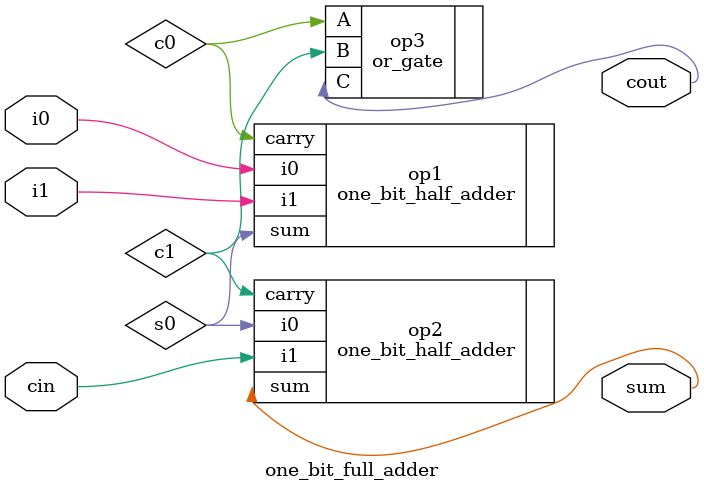
<source format=v>
`timescale 1ns / 1ps


module one_bit_full_adder(
    input i0,
    input i1,
    input cin, 
    output sum, 
    output cout);

    wire c0,s0,c1;

    one_bit_half_adder op1(.i0(i0),.i1(i1),.carry(c0),.sum(s0));
    one_bit_half_adder op2(.i0(s0),.i1(cin),.carry(c1),.sum(sum));

    or_gate op3(.A(c0),.B(c1),.C(cout));

endmodule

</source>
